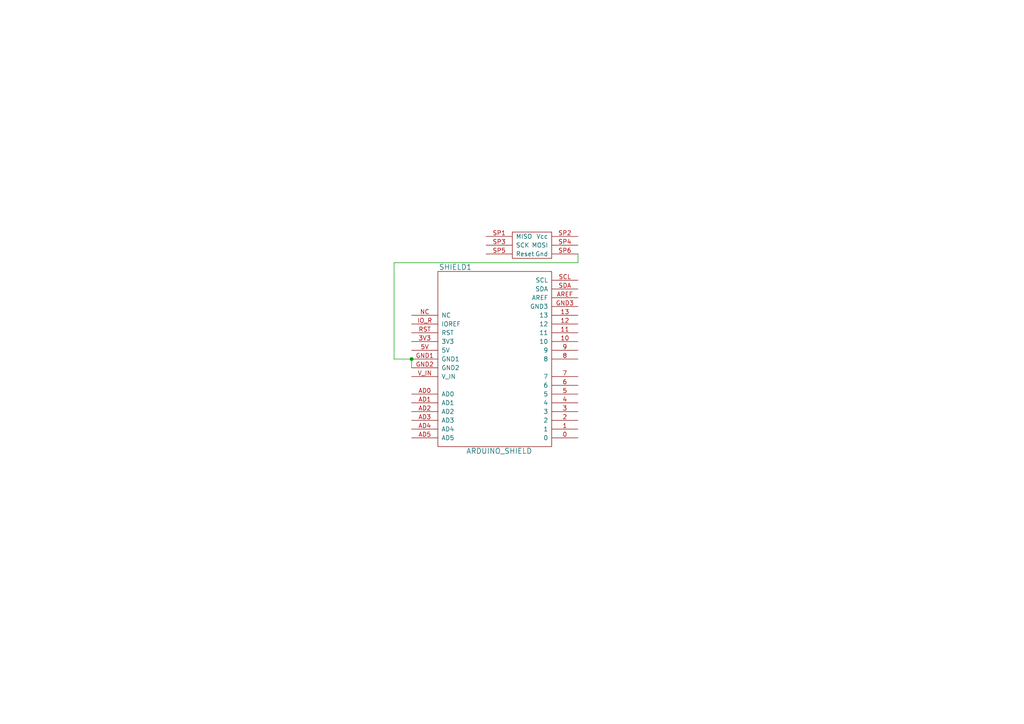
<source format=kicad_sch>
(kicad_sch (version 20211123) (generator eeschema)
  (paper "A4")
  (lib_symbols
    (symbol "arduino-shield-rescue:ARDUINO_SHIELD" (pin_names (offset 1.016))
      (property "Reference" "SHIELD" (at -11.43 29.21 0))
      (property "Value" "ARDUINO_SHIELD" (at 1.27 -24.13 0))
      (symbol "ARDUINO_SHIELD_0_1"
        (rectangle (start -16.51 -22.86) (end 16.51 27.94))
        (rectangle (start 5.08 39.37) (end 16.51 31.75))
      )
      (symbol "ARDUINO_SHIELD_1_1"
        (pin bidirectional line (at 24.13 -20.32 180) (length 7.62) (name "0") (number "0"))
        (pin bidirectional line (at 24.13 -17.78 180) (length 7.62) (name "1") (number "1"))
        (pin bidirectional line (at 24.13 7.62 180) (length 7.62) (name "10") (number "10"))
        (pin bidirectional line (at 24.13 10.16 180) (length 7.62) (name "11") (number "11"))
        (pin bidirectional line (at 24.13 12.7 180) (length 7.62) (name "12") (number "12"))
        (pin bidirectional line (at 24.13 15.24 180) (length 7.62) (name "13") (number "13"))
        (pin bidirectional line (at 24.13 -15.24 180) (length 7.62) (name "2") (number "2"))
        (pin bidirectional line (at 24.13 -12.7 180) (length 7.62) (name "3") (number "3"))
        (pin power_out line (at -24.13 7.62 0) (length 7.62) (name "3V3") (number "3V3"))
        (pin bidirectional line (at 24.13 -10.16 180) (length 7.62) (name "4") (number "4"))
        (pin bidirectional line (at 24.13 -7.62 180) (length 7.62) (name "5") (number "5"))
        (pin power_out line (at -24.13 5.08 0) (length 7.62) (name "5V") (number "5V"))
        (pin bidirectional line (at 24.13 -5.08 180) (length 7.62) (name "6") (number "6"))
        (pin bidirectional line (at 24.13 -2.54 180) (length 7.62) (name "7") (number "7"))
        (pin bidirectional line (at 24.13 2.54 180) (length 7.62) (name "8") (number "8"))
        (pin bidirectional line (at 24.13 5.08 180) (length 7.62) (name "9") (number "9"))
        (pin bidirectional line (at -24.13 -7.62 0) (length 7.62) (name "AD0") (number "AD0"))
        (pin bidirectional line (at -24.13 -10.16 0) (length 7.62) (name "AD1") (number "AD1"))
        (pin bidirectional line (at -24.13 -12.7 0) (length 7.62) (name "AD2") (number "AD2"))
        (pin bidirectional line (at -24.13 -15.24 0) (length 7.62) (name "AD3") (number "AD3"))
        (pin bidirectional line (at -24.13 -17.78 0) (length 7.62) (name "AD4") (number "AD4"))
        (pin bidirectional line (at -24.13 -20.32 0) (length 7.62) (name "AD5") (number "AD5"))
        (pin input line (at 24.13 20.32 180) (length 7.62) (name "AREF") (number "AREF"))
        (pin power_out line (at -24.13 2.54 0) (length 7.62) (name "GND1") (number "GND1"))
        (pin power_out line (at -24.13 0 0) (length 7.62) (name "GND2") (number "GND2"))
        (pin power_out line (at 24.13 17.78 180) (length 7.62) (name "GND3") (number "GND3"))
        (pin power_out line (at -24.13 12.7 0) (length 7.62) (name "IOREF") (number "IO_R"))
        (pin passive line (at -24.13 15.24 0) (length 7.62) (name "NC") (number "NC"))
        (pin input line (at -24.13 10.16 0) (length 7.62) (name "RST") (number "RST"))
        (pin output line (at 24.13 25.4 180) (length 7.62) (name "SCL") (number "SCL"))
        (pin bidirectional line (at 24.13 22.86 180) (length 7.62) (name "SDA") (number "SDA"))
        (pin bidirectional line (at -2.54 38.1 0) (length 7.62) (name "MISO") (number "SP1"))
        (pin power_out line (at 24.13 38.1 180) (length 7.62) (name "Vcc") (number "SP2"))
        (pin bidirectional line (at -2.54 35.56 0) (length 7.62) (name "SCK") (number "SP3"))
        (pin bidirectional line (at 24.13 35.56 180) (length 7.62) (name "MOSI") (number "SP4"))
        (pin input line (at -2.54 33.02 0) (length 7.62) (name "Reset") (number "SP5"))
        (pin power_out line (at 24.13 33.02 180) (length 7.62) (name "Gnd") (number "SP6"))
        (pin power_out line (at -24.13 -2.54 0) (length 7.62) (name "V_IN") (number "V_IN"))
      )
    )
  )
  (junction (at 119.38 104.14))
  (wire (pts (xy 119.38 104.14) (xy 119.38 106.68)))
  (wire (pts (xy 167.64 73.66) (xy 167.64 76.2)))
  (wire (pts (xy 114.3 104.14) (xy 119.38 104.14)))
  (wire (pts (xy 167.64 76.2) (xy 114.3 76.2)))
  (wire (pts (xy 114.3 76.2) (xy 114.3 104.14)))
  (symbol (lib_id "arduino-shield-rescue:ARDUINO_SHIELD") (at 143.51 106.68 0) (unit 1)
    (property "Reference" "SHIELD1" (at 132.08 77.47 0) (effects (font (size 1.524 1.524))))
    (property "Value" "ARDUINO_SHIELD" (at 144.78 130.81 0) (effects (font (size 1.524 1.524))))
    (property "Footprint" "FT:ARDUINO_SHIELD" (effects hide))
  )
)
</source>
